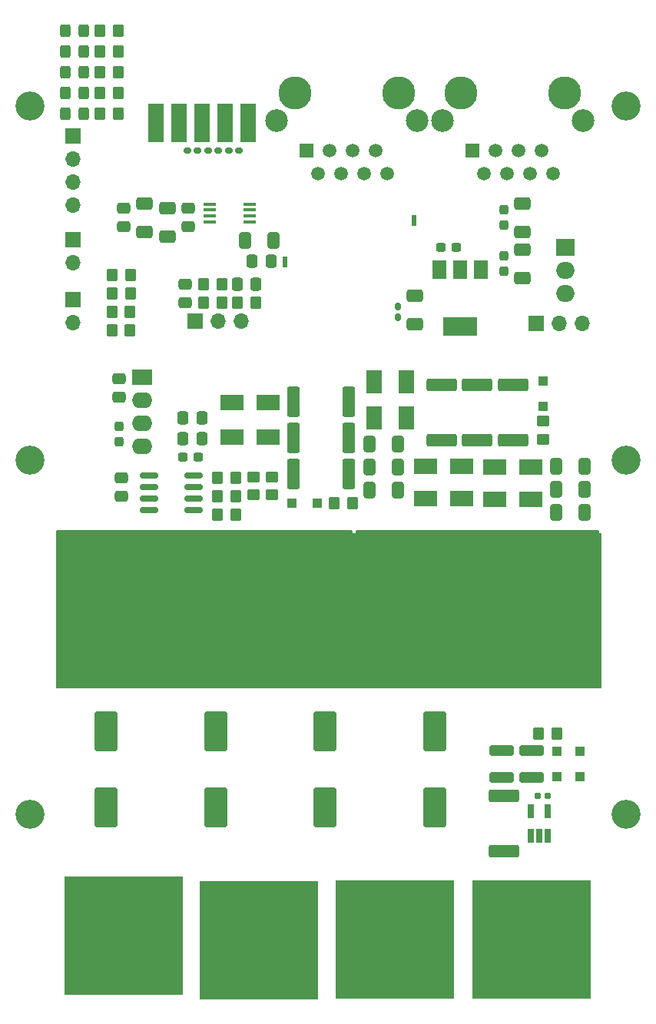
<source format=gbr>
%TF.GenerationSoftware,KiCad,Pcbnew,(6.0.9)*%
%TF.CreationDate,2022-11-24T15:29:20-03:00*%
%TF.ProjectId,main,6d61696e-2e6b-4696-9361-645f70636258,rev?*%
%TF.SameCoordinates,Original*%
%TF.FileFunction,Soldermask,Bot*%
%TF.FilePolarity,Negative*%
%FSLAX46Y46*%
G04 Gerber Fmt 4.6, Leading zero omitted, Abs format (unit mm)*
G04 Created by KiCad (PCBNEW (6.0.9)) date 2022-11-24 15:29:20*
%MOMM*%
%LPD*%
G01*
G04 APERTURE LIST*
G04 Aperture macros list*
%AMRoundRect*
0 Rectangle with rounded corners*
0 $1 Rounding radius*
0 $2 $3 $4 $5 $6 $7 $8 $9 X,Y pos of 4 corners*
0 Add a 4 corners polygon primitive as box body*
4,1,4,$2,$3,$4,$5,$6,$7,$8,$9,$2,$3,0*
0 Add four circle primitives for the rounded corners*
1,1,$1+$1,$2,$3*
1,1,$1+$1,$4,$5*
1,1,$1+$1,$6,$7*
1,1,$1+$1,$8,$9*
0 Add four rect primitives between the rounded corners*
20,1,$1+$1,$2,$3,$4,$5,0*
20,1,$1+$1,$4,$5,$6,$7,0*
20,1,$1+$1,$6,$7,$8,$9,0*
20,1,$1+$1,$8,$9,$2,$3,0*%
%AMFreePoly0*
4,1,24,0.072828,0.253187,0.091931,0.247652,0.345931,0.044452,0.349258,0.038409,0.355301,0.035082,0.359977,0.018944,0.368082,0.004226,0.366162,-0.002400,0.368082,-0.009026,0.359977,-0.023744,0.355301,-0.039882,0.349258,-0.043209,0.345931,-0.049252,0.091931,-0.252452,0.072828,-0.257987,0.054449,-0.265600,-0.123351,-0.265600,-0.165777,-0.248026,-0.183351,-0.205600,-0.183351,0.200800,
-0.165777,0.243226,-0.123351,0.260800,0.054449,0.260800,0.072828,0.253187,0.072828,0.253187,$1*%
%AMFreePoly1*
4,1,40,0.141626,0.245626,0.159200,0.203200,0.159200,-0.203200,0.141626,-0.245626,0.099200,-0.263200,-0.256400,-0.263200,-0.259782,-0.261799,-0.263299,-0.262801,-0.280566,-0.253190,-0.298826,-0.245626,-0.300226,-0.242247,-0.303423,-0.240467,-0.308835,-0.221462,-0.316400,-0.203200,-0.314999,-0.199818,-0.316001,-0.196301,-0.306390,-0.179034,-0.298826,-0.160774,-0.295447,-0.159374,-0.293667,-0.156177,
-0.098668,-0.001638,-0.099200,0.000000,-0.098668,0.001638,-0.293667,0.156177,-0.295447,0.159374,-0.298826,0.160774,-0.306390,0.179034,-0.316001,0.196301,-0.314999,0.199818,-0.316400,0.203200,-0.308835,0.221462,-0.303423,0.240467,-0.300226,0.242247,-0.298826,0.245626,-0.280566,0.253190,-0.263299,0.262801,-0.259782,0.261799,-0.256400,0.263200,0.099200,0.263200,0.141626,0.245626,
0.141626,0.245626,$1*%
G04 Aperture macros list end*
%ADD10C,0.150000*%
%ADD11C,0.120000*%
%ADD12R,2.250000X1.750000*%
%ADD13O,2.250000X1.750000*%
%ADD14R,13.000000X13.000000*%
%ADD15C,3.200000*%
%ADD16R,1.700000X1.700000*%
%ADD17O,1.700000X1.700000*%
%ADD18RoundRect,0.250000X-0.350000X-0.450000X0.350000X-0.450000X0.350000X0.450000X-0.350000X0.450000X0*%
%ADD19RoundRect,0.250000X0.350000X0.450000X-0.350000X0.450000X-0.350000X-0.450000X0.350000X-0.450000X0*%
%ADD20RoundRect,0.250000X-0.337500X-0.475000X0.337500X-0.475000X0.337500X0.475000X-0.337500X0.475000X0*%
%ADD21RoundRect,0.250000X-0.450000X0.350000X-0.450000X-0.350000X0.450000X-0.350000X0.450000X0.350000X0*%
%ADD22RoundRect,0.250000X-0.412500X-0.650000X0.412500X-0.650000X0.412500X0.650000X-0.412500X0.650000X0*%
%ADD23RoundRect,0.250000X0.650000X-0.412500X0.650000X0.412500X-0.650000X0.412500X-0.650000X-0.412500X0*%
%ADD24R,0.526400X0.990600*%
%ADD25FreePoly0,90.000000*%
%ADD26FreePoly1,90.000000*%
%ADD27R,2.500000X1.800000*%
%ADD28RoundRect,0.249999X1.425001X-0.450001X1.425001X0.450001X-1.425001X0.450001X-1.425001X-0.450001X0*%
%ADD29RoundRect,0.250000X-0.650000X0.412500X-0.650000X-0.412500X0.650000X-0.412500X0.650000X0.412500X0*%
%ADD30RoundRect,0.250000X-1.000000X1.950000X-1.000000X-1.950000X1.000000X-1.950000X1.000000X1.950000X0*%
%ADD31RoundRect,0.237500X-0.300000X-0.237500X0.300000X-0.237500X0.300000X0.237500X-0.300000X0.237500X0*%
%ADD32RoundRect,0.250000X-0.475000X0.337500X-0.475000X-0.337500X0.475000X-0.337500X0.475000X0.337500X0*%
%ADD33RoundRect,0.250000X-0.325000X-0.450000X0.325000X-0.450000X0.325000X0.450000X-0.325000X0.450000X0*%
%ADD34R,1.100000X1.100000*%
%ADD35RoundRect,0.250000X1.100000X-0.325000X1.100000X0.325000X-1.100000X0.325000X-1.100000X-0.325000X0*%
%ADD36RoundRect,0.160000X0.222500X0.160000X-0.222500X0.160000X-0.222500X-0.160000X0.222500X-0.160000X0*%
%ADD37RoundRect,0.150000X-0.825000X-0.150000X0.825000X-0.150000X0.825000X0.150000X-0.825000X0.150000X0*%
%ADD38RoundRect,0.250000X0.475000X-0.337500X0.475000X0.337500X-0.475000X0.337500X-0.475000X-0.337500X0*%
%ADD39RoundRect,0.249999X-1.425001X0.450001X-1.425001X-0.450001X1.425001X-0.450001X1.425001X0.450001X0*%
%ADD40RoundRect,0.249999X-0.450001X-1.425001X0.450001X-1.425001X0.450001X1.425001X-0.450001X1.425001X0*%
%ADD41R,2.000000X1.905000*%
%ADD42O,2.000000X1.905000*%
%ADD43RoundRect,0.237500X-0.237500X0.300000X-0.237500X-0.300000X0.237500X-0.300000X0.237500X0.300000X0*%
%ADD44C,3.650000*%
%ADD45R,1.500000X1.500000*%
%ADD46C,1.500000*%
%ADD47C,2.500000*%
%ADD48RoundRect,0.237500X0.237500X-0.300000X0.237500X0.300000X-0.237500X0.300000X-0.237500X-0.300000X0*%
%ADD49R,1.800000X2.500000*%
%ADD50R,0.650000X1.560000*%
%ADD51RoundRect,0.155000X0.212500X0.155000X-0.212500X0.155000X-0.212500X-0.155000X0.212500X-0.155000X0*%
%ADD52R,1.700000X4.240000*%
%ADD53RoundRect,0.250000X0.450000X-0.350000X0.450000X0.350000X-0.450000X0.350000X-0.450000X-0.350000X0*%
%ADD54RoundRect,0.160000X-0.160000X0.222500X-0.160000X-0.222500X0.160000X-0.222500X0.160000X0.222500X0*%
%ADD55R,1.450000X0.450000*%
%ADD56R,1.500000X2.000000*%
%ADD57R,3.800000X2.000000*%
%ADD58RoundRect,0.250000X0.337500X0.475000X-0.337500X0.475000X-0.337500X-0.475000X0.337500X-0.475000X0*%
G04 APERTURE END LIST*
D10*
X51816000Y-138938000D02*
X78486000Y-138938000D01*
X78486000Y-138938000D02*
X78486000Y-156210000D01*
X78486000Y-156210000D02*
X51816000Y-156210000D01*
X51816000Y-156210000D02*
X51816000Y-138938000D01*
G36*
X51816000Y-138938000D02*
G01*
X78486000Y-138938000D01*
X78486000Y-156210000D01*
X51816000Y-156210000D01*
X51816000Y-138938000D01*
G37*
X51308000Y-138938000D02*
X18796000Y-138938000D01*
X18796000Y-138938000D02*
X18796000Y-156210000D01*
X18796000Y-156210000D02*
X51308000Y-156210000D01*
X51308000Y-156210000D02*
X51308000Y-138938000D01*
G36*
X51308000Y-138938000D02*
G01*
X18796000Y-138938000D01*
X18796000Y-156210000D01*
X51308000Y-156210000D01*
X51308000Y-138938000D01*
G37*
D11*
%TO.C,HS401*%
X78740000Y-156210000D02*
X18740000Y-156210000D01*
X18740000Y-156210000D02*
X18740000Y-139210000D01*
X18740000Y-139210000D02*
X78740000Y-139210000D01*
X78740000Y-139210000D02*
X78740000Y-156210000D01*
G36*
X78740000Y-156210000D02*
G01*
X18740000Y-156210000D01*
X18740000Y-139210000D01*
X78740000Y-139210000D01*
X78740000Y-156210000D01*
G37*
%TD*%
D12*
%TO.C,PS501*%
X28215500Y-121997500D03*
D13*
X28215500Y-124537500D03*
X28215500Y-127077500D03*
X28215500Y-129617500D03*
%TD*%
D14*
%TO.C,H104*%
X71120000Y-183968200D03*
%TD*%
D15*
%TO.C,*%
X15875000Y-92075000D03*
%TD*%
D16*
%TO.C,J304*%
X20574000Y-113408000D03*
D17*
X20574000Y-115948000D03*
%TD*%
D14*
%TO.C,H102*%
X26162000Y-183540400D03*
%TD*%
%TO.C,H101*%
X41122067Y-184095200D03*
%TD*%
D16*
%TO.C,J302*%
X34051000Y-115824000D03*
D17*
X36591000Y-115824000D03*
X39131000Y-115824000D03*
%TD*%
D15*
%TO.C,H401*%
X22606000Y-141732000D03*
%TD*%
%TO.C,*%
X81534000Y-92075000D03*
%TD*%
%TO.C,*%
X81534000Y-170180000D03*
%TD*%
D14*
%TO.C,H103*%
X56060733Y-183978900D03*
%TD*%
D15*
%TO.C,*%
X15875000Y-131127500D03*
%TD*%
%TO.C,H402*%
X74676000Y-141986000D03*
%TD*%
%TO.C,*%
X81534000Y-131127500D03*
%TD*%
D16*
%TO.C,J601*%
X71643000Y-116078000D03*
D17*
X74183000Y-116078000D03*
X76723000Y-116078000D03*
%TD*%
D16*
%TO.C,J303*%
X20574000Y-106834540D03*
D17*
X20574000Y-109374540D03*
%TD*%
D15*
%TO.C,*%
X15875000Y-170180000D03*
%TD*%
D16*
%TO.C,J301*%
X20574000Y-95414540D03*
D17*
X20574000Y-97954540D03*
X20574000Y-100494540D03*
X20574000Y-103034540D03*
%TD*%
D18*
%TO.C,R502*%
X36537200Y-135091200D03*
X38537200Y-135091200D03*
%TD*%
D19*
%TO.C,R204*%
X25572250Y-90678000D03*
X23572250Y-90678000D03*
%TD*%
D18*
%TO.C,R323*%
X24892000Y-114808000D03*
X26892000Y-114808000D03*
%TD*%
D20*
%TO.C,C504*%
X32744500Y-126492000D03*
X34819500Y-126492000D03*
%TD*%
D21*
%TO.C,R406*%
X42490200Y-132959200D03*
X42490200Y-134959200D03*
%TD*%
D18*
%TO.C,R322*%
X24892000Y-116840000D03*
X26892000Y-116840000D03*
%TD*%
D20*
%TO.C,C202*%
X40364500Y-109220000D03*
X42439500Y-109220000D03*
%TD*%
D22*
%TO.C,C408*%
X73824700Y-136906000D03*
X76949700Y-136906000D03*
%TD*%
D23*
%TO.C,C601*%
X70104000Y-105956500D03*
X70104000Y-102831500D03*
%TD*%
D18*
%TO.C,R303*%
X34986929Y-111760000D03*
X36986929Y-111760000D03*
%TD*%
D24*
%TO.C,JP103*%
X43938050Y-109192800D03*
D25*
X43938050Y-109688100D03*
D26*
X43935650Y-108849900D03*
%TD*%
D27*
%TO.C,D410*%
X71037200Y-135472200D03*
X67037200Y-135472200D03*
%TD*%
D18*
%TO.C,R401*%
X36537200Y-137160000D03*
X38537200Y-137160000D03*
%TD*%
D28*
%TO.C,R102*%
X68072000Y-174244000D03*
X68072000Y-168144000D03*
%TD*%
D23*
%TO.C,C204*%
X30988000Y-106464500D03*
X30988000Y-103339500D03*
%TD*%
D29*
%TO.C,C606*%
X58267599Y-113016900D03*
X58267599Y-116141900D03*
%TD*%
D30*
%TO.C,Co406*%
X60452000Y-161018000D03*
X60452000Y-169418000D03*
%TD*%
D22*
%TO.C,C407*%
X73824700Y-134366000D03*
X76949700Y-134366000D03*
%TD*%
D19*
%TO.C,R205*%
X25556250Y-88392000D03*
X23556250Y-88392000D03*
%TD*%
%TO.C,R305*%
X40705072Y-113792000D03*
X38705072Y-113792000D03*
%TD*%
D27*
%TO.C,D408*%
X59417200Y-131826000D03*
X63417200Y-131826000D03*
%TD*%
D31*
%TO.C,C605*%
X61113498Y-107695999D03*
X62838498Y-107695999D03*
%TD*%
D32*
%TO.C,C301*%
X32938929Y-111738500D03*
X32938929Y-113813500D03*
%TD*%
D33*
%TO.C,D205*%
X19721250Y-92964000D03*
X21771250Y-92964000D03*
%TD*%
D34*
%TO.C,D414*%
X76454000Y-163192000D03*
X76454000Y-165992000D03*
%TD*%
D22*
%TO.C,C201*%
X39585500Y-106934000D03*
X42710500Y-106934000D03*
%TD*%
D35*
%TO.C,Co401*%
X67818000Y-166067000D03*
X67818000Y-163117000D03*
%TD*%
D36*
%TO.C,D105*%
X38926500Y-97028000D03*
X37781500Y-97028000D03*
%TD*%
D27*
%TO.C,D411*%
X71037200Y-131916200D03*
X67037200Y-131916200D03*
%TD*%
D20*
%TO.C,C505*%
X32744500Y-128778000D03*
X34819500Y-128778000D03*
%TD*%
D37*
%TO.C,U501*%
X28970200Y-136615200D03*
X28970200Y-135345200D03*
X28970200Y-134075200D03*
X28970200Y-132805200D03*
X33920200Y-132805200D03*
X33920200Y-134075200D03*
X33920200Y-135345200D03*
X33920200Y-136615200D03*
%TD*%
D19*
%TO.C,R207*%
X25556250Y-83820000D03*
X23556250Y-83820000D03*
%TD*%
D38*
%TO.C,C503*%
X25908000Y-135149500D03*
X25908000Y-133074500D03*
%TD*%
D19*
%TO.C,R208*%
X25556250Y-92964000D03*
X23556250Y-92964000D03*
%TD*%
D39*
%TO.C,R410*%
X61214000Y-122871800D03*
X61214000Y-128971800D03*
%TD*%
D34*
%TO.C,D413*%
X73914000Y-163192000D03*
X73914000Y-165992000D03*
%TD*%
D33*
%TO.C,D203*%
X19721250Y-86106000D03*
X21771250Y-86106000D03*
%TD*%
D40*
%TO.C,R402*%
X44901200Y-132678200D03*
X51001200Y-132678200D03*
%TD*%
D29*
%TO.C,C603*%
X70104000Y-107911500D03*
X70104000Y-111036500D03*
%TD*%
D41*
%TO.C,U601*%
X74859000Y-107696000D03*
D42*
X74859000Y-110236000D03*
X74859000Y-112776000D03*
%TD*%
D27*
%TO.C,D402*%
X42113200Y-124804200D03*
X38113200Y-124804200D03*
%TD*%
D43*
%TO.C,C604*%
X68072000Y-108611500D03*
X68072000Y-110336500D03*
%TD*%
D21*
%TO.C,R405*%
X40458200Y-132959200D03*
X40458200Y-134959200D03*
%TD*%
D38*
%TO.C,C502*%
X25654000Y-124227500D03*
X25654000Y-122152500D03*
%TD*%
D18*
%TO.C,R325*%
X24908000Y-110744000D03*
X26908000Y-110744000D03*
%TD*%
D44*
%TO.C,J801*%
X45085000Y-90682000D03*
X56515000Y-90682000D03*
D45*
X46355000Y-97032000D03*
D46*
X47625000Y-99572000D03*
X48895000Y-97032000D03*
X50165000Y-99572000D03*
X51435000Y-97032000D03*
X52705000Y-99572000D03*
X53975000Y-97032000D03*
X55245000Y-99572000D03*
D47*
X43050000Y-93732000D03*
X58550000Y-93732000D03*
%TD*%
D19*
%TO.C,R206*%
X25556250Y-86106000D03*
X23556250Y-86106000D03*
%TD*%
D44*
%TO.C,J802*%
X74803000Y-90682000D03*
X63373000Y-90682000D03*
D45*
X64643000Y-97032000D03*
D46*
X65913000Y-99572000D03*
X67183000Y-97032000D03*
X68453000Y-99572000D03*
X69723000Y-97032000D03*
X70993000Y-99572000D03*
X72263000Y-97032000D03*
X73533000Y-99572000D03*
D47*
X76838000Y-93732000D03*
X61338000Y-93732000D03*
%TD*%
D18*
%TO.C,R408*%
X71898000Y-161290000D03*
X73898000Y-161290000D03*
%TD*%
D31*
%TO.C,C506*%
X32665500Y-130810000D03*
X34390500Y-130810000D03*
%TD*%
D30*
%TO.C,Co403*%
X24257000Y-161018000D03*
X24257000Y-169418000D03*
%TD*%
D48*
%TO.C,C602*%
X68072000Y-105256500D03*
X68072000Y-103531500D03*
%TD*%
D33*
%TO.C,D201*%
X19721250Y-90678000D03*
X21771250Y-90678000D03*
%TD*%
D22*
%TO.C,C404*%
X53250700Y-134456200D03*
X56375700Y-134456200D03*
%TD*%
D34*
%TO.C,D405*%
X47504200Y-135853200D03*
X44704200Y-135853200D03*
%TD*%
D49*
%TO.C,D404*%
X57349200Y-122518200D03*
X57349200Y-126518200D03*
%TD*%
D50*
%TO.C,U304*%
X72959000Y-172544000D03*
X72009000Y-172544000D03*
X71059000Y-172544000D03*
X71059000Y-169844000D03*
X72959000Y-169844000D03*
%TD*%
D51*
%TO.C,C306*%
X72957500Y-168148000D03*
X71822500Y-168148000D03*
%TD*%
D52*
%TO.C,J101*%
X29698000Y-93965700D03*
X32238000Y-93965700D03*
X34778000Y-93965700D03*
X37318000Y-93965700D03*
X39858000Y-93965700D03*
%TD*%
D40*
%TO.C,R403*%
X44901200Y-128696100D03*
X51001200Y-128696100D03*
%TD*%
%TO.C,R404*%
X44901200Y-124714000D03*
X51001200Y-124714000D03*
%TD*%
D34*
%TO.C,D412*%
X72390000Y-125188200D03*
X72390000Y-122388200D03*
%TD*%
D30*
%TO.C,Co405*%
X36322000Y-161018000D03*
X36322000Y-169418000D03*
%TD*%
D49*
%TO.C,D403*%
X53793200Y-122518200D03*
X53793200Y-126518200D03*
%TD*%
D18*
%TO.C,R324*%
X24908000Y-112776000D03*
X26908000Y-112776000D03*
%TD*%
D19*
%TO.C,R304*%
X36986929Y-113792000D03*
X34986929Y-113792000D03*
%TD*%
D43*
%TO.C,C501*%
X25654000Y-127407500D03*
X25654000Y-129132500D03*
%TD*%
D30*
%TO.C,Co404*%
X48387000Y-161018000D03*
X48387000Y-169418000D03*
%TD*%
D53*
%TO.C,R412*%
X72390000Y-128852200D03*
X72390000Y-126852200D03*
%TD*%
D54*
%TO.C,D601*%
X56388000Y-114235500D03*
X56388000Y-115380500D03*
%TD*%
D19*
%TO.C,R407*%
X51422200Y-135853200D03*
X49422200Y-135853200D03*
%TD*%
D38*
%TO.C,C203*%
X33274000Y-105431500D03*
X33274000Y-103356500D03*
%TD*%
D55*
%TO.C,U201*%
X40046000Y-102911000D03*
X40046000Y-103561000D03*
X40046000Y-104211000D03*
X40046000Y-104861000D03*
X35646000Y-104861000D03*
X35646000Y-104211000D03*
X35646000Y-103561000D03*
X35646000Y-102911000D03*
%TD*%
D36*
%TO.C,D103*%
X34354500Y-97028000D03*
X33209500Y-97028000D03*
%TD*%
%TO.C,D104*%
X36640500Y-97028000D03*
X35495500Y-97028000D03*
%TD*%
D27*
%TO.C,D401*%
X42113200Y-128614200D03*
X38113200Y-128614200D03*
%TD*%
D56*
%TO.C,U602*%
X60946000Y-110134000D03*
X63246000Y-110134000D03*
D57*
X63246000Y-116434000D03*
D56*
X65546000Y-110134000D03*
%TD*%
D32*
%TO.C,C314*%
X26162000Y-103356500D03*
X26162000Y-105431500D03*
%TD*%
D22*
%TO.C,C403*%
X53250700Y-131916200D03*
X56375700Y-131916200D03*
%TD*%
D39*
%TO.C,R409*%
X65151000Y-122871800D03*
X65151000Y-128971800D03*
%TD*%
%TO.C,R411*%
X69088000Y-122871800D03*
X69088000Y-128971800D03*
%TD*%
D33*
%TO.C,D204*%
X19721250Y-83820000D03*
X21771250Y-83820000D03*
%TD*%
D58*
%TO.C,C304*%
X40758573Y-111760002D03*
X38683573Y-111760002D03*
%TD*%
D22*
%TO.C,C402*%
X53250700Y-129376200D03*
X56375700Y-129376200D03*
%TD*%
D24*
%TO.C,JP102*%
X58162050Y-104620800D03*
D25*
X58162050Y-105116100D03*
D26*
X58159650Y-104277900D03*
%TD*%
D29*
%TO.C,C313*%
X28448000Y-102831500D03*
X28448000Y-105956500D03*
%TD*%
D18*
%TO.C,R501*%
X36537200Y-133059200D03*
X38537200Y-133059200D03*
%TD*%
D22*
%TO.C,C406*%
X73824700Y-131826000D03*
X76949700Y-131826000D03*
%TD*%
D27*
%TO.C,D409*%
X59417200Y-135382000D03*
X63417200Y-135382000D03*
%TD*%
D33*
%TO.C,D202*%
X19721250Y-88392000D03*
X21771250Y-88392000D03*
%TD*%
D35*
%TO.C,Co402*%
X71120000Y-166067000D03*
X71120000Y-163117000D03*
%TD*%
M02*

</source>
